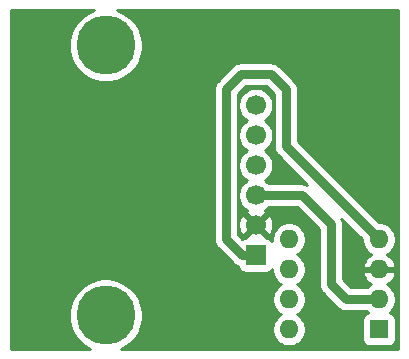
<source format=gbr>
%TF.GenerationSoftware,KiCad,Pcbnew,(5.1.6)-1*%
%TF.CreationDate,2021-08-29T15:44:04-07:00*%
%TF.ProjectId,MPX4115AP Adapter,4d505834-3131-4354-9150-204164617074,rev?*%
%TF.SameCoordinates,Original*%
%TF.FileFunction,Copper,L1,Top*%
%TF.FilePolarity,Positive*%
%FSLAX46Y46*%
G04 Gerber Fmt 4.6, Leading zero omitted, Abs format (unit mm)*
G04 Created by KiCad (PCBNEW (5.1.6)-1) date 2021-08-29 15:44:04*
%MOMM*%
%LPD*%
G01*
G04 APERTURE LIST*
%TA.AperFunction,ComponentPad*%
%ADD10R,1.700000X1.700000*%
%TD*%
%TA.AperFunction,ComponentPad*%
%ADD11C,1.700000*%
%TD*%
%TA.AperFunction,ComponentPad*%
%ADD12C,5.000000*%
%TD*%
%TA.AperFunction,ComponentPad*%
%ADD13O,1.600000X1.600000*%
%TD*%
%TA.AperFunction,ComponentPad*%
%ADD14R,1.600000X1.600000*%
%TD*%
%TA.AperFunction,ViaPad*%
%ADD15C,0.800000*%
%TD*%
%TA.AperFunction,Conductor*%
%ADD16C,0.762000*%
%TD*%
%TA.AperFunction,Conductor*%
%ADD17C,0.254000*%
%TD*%
G04 APERTURE END LIST*
D10*
%TO.P,U1,1*%
%TO.N,Net-(U1-Pad1)*%
X149860000Y-71196200D03*
D11*
%TO.P,U1,2*%
%TO.N,GND*%
X149860000Y-68656200D03*
%TO.P,U1,3*%
%TO.N,VCC*%
X149860000Y-66116200D03*
%TO.P,U1,4*%
%TO.N,N/C*%
X149860000Y-63576200D03*
%TO.P,U1,5*%
%TO.N,Net-(U1-Pad5)*%
X149860000Y-61036200D03*
%TO.P,U1,6*%
%TO.N,Net-(U1-Pad6)*%
X149860000Y-58496200D03*
D12*
%TO.P,U1,*%
%TO.N,*%
X137160000Y-53416200D03*
X137160000Y-76276200D03*
%TD*%
D13*
%TO.P,U2,8*%
%TO.N,Net-(U2-Pad8)*%
X152679400Y-77470000D03*
%TO.P,U2,4*%
%TO.N,Net-(U1-Pad1)*%
X160299400Y-69850000D03*
%TO.P,U2,7*%
%TO.N,Net-(U2-Pad7)*%
X152679400Y-74930000D03*
%TO.P,U2,3*%
%TO.N,GND*%
X160299400Y-72390000D03*
%TO.P,U2,6*%
%TO.N,Net-(U2-Pad6)*%
X152679400Y-72390000D03*
%TO.P,U2,2*%
%TO.N,VCC*%
X160299400Y-74930000D03*
%TO.P,U2,5*%
%TO.N,Net-(U2-Pad5)*%
X152679400Y-69850000D03*
D14*
%TO.P,U2,1*%
%TO.N,Net-(U2-Pad1)*%
X160299400Y-77470000D03*
%TD*%
D15*
%TO.N,GND*%
X160020000Y-52070000D03*
X146685000Y-52070000D03*
X131445000Y-52070000D03*
X130810000Y-77470000D03*
X146685000Y-77470000D03*
X157480000Y-77470000D03*
X160020000Y-61595000D03*
X142875000Y-65405000D03*
X130810000Y-65405000D03*
X152400000Y-64135000D03*
X158115000Y-71755000D03*
%TD*%
D16*
%TO.N,VCC*%
X149860000Y-66116200D02*
X153746200Y-66116200D01*
X153746200Y-66116200D02*
X156210000Y-68580000D01*
X156210000Y-68580000D02*
X156210000Y-73660000D01*
X157480000Y-74930000D02*
X160299400Y-74930000D01*
X156210000Y-73660000D02*
X157480000Y-74930000D01*
%TO.N,Net-(U1-Pad1)*%
X148666200Y-71196200D02*
X147320000Y-69850000D01*
X147320000Y-69850000D02*
X147320000Y-57150000D01*
X147320000Y-57150000D02*
X148590000Y-55880000D01*
X148590000Y-55880000D02*
X151130000Y-55880000D01*
X151130000Y-55880000D02*
X152400000Y-57150000D01*
X152400000Y-61950600D02*
X160299400Y-69850000D01*
X152400000Y-57150000D02*
X152400000Y-61950600D01*
X148666200Y-71196200D02*
X149860000Y-71196200D01*
%TD*%
D17*
%TO.N,GND*%
G36*
X135675021Y-50637999D02*
G01*
X135161554Y-50981086D01*
X134724886Y-51417754D01*
X134381799Y-51931221D01*
X134145476Y-52501754D01*
X134025000Y-53107429D01*
X134025000Y-53724971D01*
X134145476Y-54330646D01*
X134381799Y-54901179D01*
X134724886Y-55414646D01*
X135161554Y-55851314D01*
X135675021Y-56194401D01*
X136245554Y-56430724D01*
X136851229Y-56551200D01*
X137468771Y-56551200D01*
X138074446Y-56430724D01*
X138644979Y-56194401D01*
X139158446Y-55851314D01*
X139595114Y-55414646D01*
X139938201Y-54901179D01*
X140174524Y-54330646D01*
X140295000Y-53724971D01*
X140295000Y-53107429D01*
X140174524Y-52501754D01*
X139938201Y-51931221D01*
X139595114Y-51417754D01*
X139158446Y-50981086D01*
X138644979Y-50637999D01*
X138116270Y-50419000D01*
X161900000Y-50419000D01*
X161900001Y-79121000D01*
X138484195Y-79121000D01*
X138644979Y-79054401D01*
X139158446Y-78711314D01*
X139595114Y-78274646D01*
X139938201Y-77761179D01*
X140174524Y-77190646D01*
X140295000Y-76584971D01*
X140295000Y-75967429D01*
X140174524Y-75361754D01*
X139938201Y-74791221D01*
X139595114Y-74277754D01*
X139158446Y-73841086D01*
X138644979Y-73497999D01*
X138074446Y-73261676D01*
X137468771Y-73141200D01*
X136851229Y-73141200D01*
X136245554Y-73261676D01*
X135675021Y-73497999D01*
X135161554Y-73841086D01*
X134724886Y-74277754D01*
X134381799Y-74791221D01*
X134145476Y-75361754D01*
X134025000Y-75967429D01*
X134025000Y-76584971D01*
X134145476Y-77190646D01*
X134381799Y-77761179D01*
X134724886Y-78274646D01*
X135161554Y-78711314D01*
X135675021Y-79054401D01*
X135835805Y-79121000D01*
X129159000Y-79121000D01*
X129159000Y-57150000D01*
X146299085Y-57150000D01*
X146304001Y-57199912D01*
X146304000Y-69800098D01*
X146299085Y-69850000D01*
X146304000Y-69899901D01*
X146318702Y-70049170D01*
X146376798Y-70240686D01*
X146471140Y-70417190D01*
X146598104Y-70571896D01*
X146636872Y-70603712D01*
X147912492Y-71879333D01*
X147944304Y-71918096D01*
X148099010Y-72045060D01*
X148275513Y-72139402D01*
X148384751Y-72172539D01*
X148420498Y-72290380D01*
X148479463Y-72400694D01*
X148558815Y-72497385D01*
X148655506Y-72576737D01*
X148765820Y-72635702D01*
X148885518Y-72672012D01*
X149010000Y-72684272D01*
X150710000Y-72684272D01*
X150834482Y-72672012D01*
X150954180Y-72635702D01*
X151064494Y-72576737D01*
X151161185Y-72497385D01*
X151240537Y-72400694D01*
X151244400Y-72393467D01*
X151244400Y-72531335D01*
X151299547Y-72808574D01*
X151407720Y-73069727D01*
X151564763Y-73304759D01*
X151764641Y-73504637D01*
X151997159Y-73660000D01*
X151764641Y-73815363D01*
X151564763Y-74015241D01*
X151407720Y-74250273D01*
X151299547Y-74511426D01*
X151244400Y-74788665D01*
X151244400Y-75071335D01*
X151299547Y-75348574D01*
X151407720Y-75609727D01*
X151564763Y-75844759D01*
X151764641Y-76044637D01*
X151997159Y-76200000D01*
X151764641Y-76355363D01*
X151564763Y-76555241D01*
X151407720Y-76790273D01*
X151299547Y-77051426D01*
X151244400Y-77328665D01*
X151244400Y-77611335D01*
X151299547Y-77888574D01*
X151407720Y-78149727D01*
X151564763Y-78384759D01*
X151764641Y-78584637D01*
X151999673Y-78741680D01*
X152260826Y-78849853D01*
X152538065Y-78905000D01*
X152820735Y-78905000D01*
X153097974Y-78849853D01*
X153359127Y-78741680D01*
X153594159Y-78584637D01*
X153794037Y-78384759D01*
X153951080Y-78149727D01*
X154059253Y-77888574D01*
X154114400Y-77611335D01*
X154114400Y-77328665D01*
X154059253Y-77051426D01*
X153951080Y-76790273D01*
X153794037Y-76555241D01*
X153594159Y-76355363D01*
X153361641Y-76200000D01*
X153594159Y-76044637D01*
X153794037Y-75844759D01*
X153951080Y-75609727D01*
X154059253Y-75348574D01*
X154114400Y-75071335D01*
X154114400Y-74788665D01*
X154059253Y-74511426D01*
X153951080Y-74250273D01*
X153794037Y-74015241D01*
X153594159Y-73815363D01*
X153361641Y-73660000D01*
X153594159Y-73504637D01*
X153794037Y-73304759D01*
X153951080Y-73069727D01*
X154059253Y-72808574D01*
X154114400Y-72531335D01*
X154114400Y-72248665D01*
X154059253Y-71971426D01*
X153951080Y-71710273D01*
X153794037Y-71475241D01*
X153594159Y-71275363D01*
X153361641Y-71120000D01*
X153594159Y-70964637D01*
X153794037Y-70764759D01*
X153951080Y-70529727D01*
X154059253Y-70268574D01*
X154114400Y-69991335D01*
X154114400Y-69708665D01*
X154059253Y-69431426D01*
X153951080Y-69170273D01*
X153794037Y-68935241D01*
X153594159Y-68735363D01*
X153359127Y-68578320D01*
X153097974Y-68470147D01*
X152820735Y-68415000D01*
X152538065Y-68415000D01*
X152260826Y-68470147D01*
X151999673Y-68578320D01*
X151764641Y-68735363D01*
X151564763Y-68935241D01*
X151407720Y-69170273D01*
X151299547Y-69431426D01*
X151244400Y-69708665D01*
X151244400Y-69991335D01*
X151246807Y-70003436D01*
X151240537Y-69991706D01*
X151161185Y-69895015D01*
X151064494Y-69815663D01*
X150954180Y-69756698D01*
X150834482Y-69720388D01*
X150710000Y-69708128D01*
X150701458Y-69708128D01*
X150708792Y-69684597D01*
X149860000Y-68835805D01*
X149011208Y-69684597D01*
X149018542Y-69708128D01*
X149010000Y-69708128D01*
X148885518Y-69720388D01*
X148765820Y-69756698D01*
X148699166Y-69792326D01*
X148336000Y-69429160D01*
X148336000Y-68724731D01*
X148369389Y-68724731D01*
X148411401Y-69014219D01*
X148509081Y-69289947D01*
X148582528Y-69427357D01*
X148831603Y-69504992D01*
X149680395Y-68656200D01*
X150039605Y-68656200D01*
X150888397Y-69504992D01*
X151137472Y-69427357D01*
X151263371Y-69163317D01*
X151335339Y-68879789D01*
X151350611Y-68587669D01*
X151308599Y-68298181D01*
X151210919Y-68022453D01*
X151137472Y-67885043D01*
X150888397Y-67807408D01*
X150039605Y-68656200D01*
X149680395Y-68656200D01*
X148831603Y-67807408D01*
X148582528Y-67885043D01*
X148456629Y-68149083D01*
X148384661Y-68432611D01*
X148369389Y-68724731D01*
X148336000Y-68724731D01*
X148336000Y-57570840D01*
X149010841Y-56896000D01*
X150709160Y-56896000D01*
X151384000Y-57570841D01*
X151384001Y-61900688D01*
X151379085Y-61950600D01*
X151398702Y-62149770D01*
X151432204Y-62260210D01*
X151456799Y-62341287D01*
X151551141Y-62517790D01*
X151678105Y-62672496D01*
X151716868Y-62704308D01*
X154241444Y-65228884D01*
X154136887Y-65172998D01*
X153945371Y-65114902D01*
X153796102Y-65100200D01*
X153746200Y-65095285D01*
X153696298Y-65100200D01*
X150944107Y-65100200D01*
X150806632Y-64962725D01*
X150632240Y-64846200D01*
X150806632Y-64729675D01*
X151013475Y-64522832D01*
X151175990Y-64279611D01*
X151287932Y-64009358D01*
X151345000Y-63722460D01*
X151345000Y-63429940D01*
X151287932Y-63143042D01*
X151175990Y-62872789D01*
X151013475Y-62629568D01*
X150806632Y-62422725D01*
X150632240Y-62306200D01*
X150806632Y-62189675D01*
X151013475Y-61982832D01*
X151175990Y-61739611D01*
X151287932Y-61469358D01*
X151345000Y-61182460D01*
X151345000Y-60889940D01*
X151287932Y-60603042D01*
X151175990Y-60332789D01*
X151013475Y-60089568D01*
X150806632Y-59882725D01*
X150632240Y-59766200D01*
X150806632Y-59649675D01*
X151013475Y-59442832D01*
X151175990Y-59199611D01*
X151287932Y-58929358D01*
X151345000Y-58642460D01*
X151345000Y-58349940D01*
X151287932Y-58063042D01*
X151175990Y-57792789D01*
X151013475Y-57549568D01*
X150806632Y-57342725D01*
X150563411Y-57180210D01*
X150293158Y-57068268D01*
X150006260Y-57011200D01*
X149713740Y-57011200D01*
X149426842Y-57068268D01*
X149156589Y-57180210D01*
X148913368Y-57342725D01*
X148706525Y-57549568D01*
X148544010Y-57792789D01*
X148432068Y-58063042D01*
X148375000Y-58349940D01*
X148375000Y-58642460D01*
X148432068Y-58929358D01*
X148544010Y-59199611D01*
X148706525Y-59442832D01*
X148913368Y-59649675D01*
X149087760Y-59766200D01*
X148913368Y-59882725D01*
X148706525Y-60089568D01*
X148544010Y-60332789D01*
X148432068Y-60603042D01*
X148375000Y-60889940D01*
X148375000Y-61182460D01*
X148432068Y-61469358D01*
X148544010Y-61739611D01*
X148706525Y-61982832D01*
X148913368Y-62189675D01*
X149087760Y-62306200D01*
X148913368Y-62422725D01*
X148706525Y-62629568D01*
X148544010Y-62872789D01*
X148432068Y-63143042D01*
X148375000Y-63429940D01*
X148375000Y-63722460D01*
X148432068Y-64009358D01*
X148544010Y-64279611D01*
X148706525Y-64522832D01*
X148913368Y-64729675D01*
X149087760Y-64846200D01*
X148913368Y-64962725D01*
X148706525Y-65169568D01*
X148544010Y-65412789D01*
X148432068Y-65683042D01*
X148375000Y-65969940D01*
X148375000Y-66262460D01*
X148432068Y-66549358D01*
X148544010Y-66819611D01*
X148706525Y-67062832D01*
X148913368Y-67269675D01*
X149086729Y-67385511D01*
X149011208Y-67627803D01*
X149860000Y-68476595D01*
X150708792Y-67627803D01*
X150633271Y-67385511D01*
X150806632Y-67269675D01*
X150944107Y-67132200D01*
X153325360Y-67132200D01*
X155194000Y-69000841D01*
X155194001Y-73610088D01*
X155189085Y-73660000D01*
X155208702Y-73859170D01*
X155266799Y-74050687D01*
X155361141Y-74227190D01*
X155488105Y-74381896D01*
X155526868Y-74413708D01*
X156726292Y-75613133D01*
X156758104Y-75651896D01*
X156912810Y-75778860D01*
X157089313Y-75873202D01*
X157280829Y-75931298D01*
X157430098Y-75946000D01*
X157430105Y-75946000D01*
X157479999Y-75950914D01*
X157529893Y-75946000D01*
X159286004Y-75946000D01*
X159383361Y-76043357D01*
X159374918Y-76044188D01*
X159255220Y-76080498D01*
X159144906Y-76139463D01*
X159048215Y-76218815D01*
X158968863Y-76315506D01*
X158909898Y-76425820D01*
X158873588Y-76545518D01*
X158861328Y-76670000D01*
X158861328Y-78270000D01*
X158873588Y-78394482D01*
X158909898Y-78514180D01*
X158968863Y-78624494D01*
X159048215Y-78721185D01*
X159144906Y-78800537D01*
X159255220Y-78859502D01*
X159374918Y-78895812D01*
X159499400Y-78908072D01*
X161099400Y-78908072D01*
X161223882Y-78895812D01*
X161343580Y-78859502D01*
X161453894Y-78800537D01*
X161550585Y-78721185D01*
X161629937Y-78624494D01*
X161688902Y-78514180D01*
X161725212Y-78394482D01*
X161737472Y-78270000D01*
X161737472Y-76670000D01*
X161725212Y-76545518D01*
X161688902Y-76425820D01*
X161629937Y-76315506D01*
X161550585Y-76218815D01*
X161453894Y-76139463D01*
X161343580Y-76080498D01*
X161223882Y-76044188D01*
X161215439Y-76043357D01*
X161414037Y-75844759D01*
X161571080Y-75609727D01*
X161679253Y-75348574D01*
X161734400Y-75071335D01*
X161734400Y-74788665D01*
X161679253Y-74511426D01*
X161571080Y-74250273D01*
X161414037Y-74015241D01*
X161214159Y-73815363D01*
X160979127Y-73658320D01*
X160968535Y-73653933D01*
X161154531Y-73542385D01*
X161362919Y-73353414D01*
X161530437Y-73127420D01*
X161650646Y-72873087D01*
X161691304Y-72739039D01*
X161569315Y-72517000D01*
X160426400Y-72517000D01*
X160426400Y-72537000D01*
X160172400Y-72537000D01*
X160172400Y-72517000D01*
X159029485Y-72517000D01*
X158907496Y-72739039D01*
X158948154Y-72873087D01*
X159068363Y-73127420D01*
X159235881Y-73353414D01*
X159444269Y-73542385D01*
X159630265Y-73653933D01*
X159619673Y-73658320D01*
X159384641Y-73815363D01*
X159286004Y-73914000D01*
X157900841Y-73914000D01*
X157226000Y-73239160D01*
X157226000Y-68629893D01*
X157230914Y-68579999D01*
X157226000Y-68530105D01*
X157226000Y-68530098D01*
X157211298Y-68380829D01*
X157153202Y-68189313D01*
X157097316Y-68084757D01*
X158864400Y-69851841D01*
X158864400Y-69991335D01*
X158919547Y-70268574D01*
X159027720Y-70529727D01*
X159184763Y-70764759D01*
X159384641Y-70964637D01*
X159619673Y-71121680D01*
X159630265Y-71126067D01*
X159444269Y-71237615D01*
X159235881Y-71426586D01*
X159068363Y-71652580D01*
X158948154Y-71906913D01*
X158907496Y-72040961D01*
X159029485Y-72263000D01*
X160172400Y-72263000D01*
X160172400Y-72243000D01*
X160426400Y-72243000D01*
X160426400Y-72263000D01*
X161569315Y-72263000D01*
X161691304Y-72040961D01*
X161650646Y-71906913D01*
X161530437Y-71652580D01*
X161362919Y-71426586D01*
X161154531Y-71237615D01*
X160968535Y-71126067D01*
X160979127Y-71121680D01*
X161214159Y-70964637D01*
X161414037Y-70764759D01*
X161571080Y-70529727D01*
X161679253Y-70268574D01*
X161734400Y-69991335D01*
X161734400Y-69708665D01*
X161679253Y-69431426D01*
X161571080Y-69170273D01*
X161414037Y-68935241D01*
X161214159Y-68735363D01*
X160979127Y-68578320D01*
X160717974Y-68470147D01*
X160440735Y-68415000D01*
X160301241Y-68415000D01*
X153416000Y-61529760D01*
X153416000Y-57199893D01*
X153420914Y-57149999D01*
X153416000Y-57100105D01*
X153416000Y-57100098D01*
X153401298Y-56950829D01*
X153343202Y-56759313D01*
X153248860Y-56582810D01*
X153121896Y-56428104D01*
X153083133Y-56396292D01*
X151883712Y-55196872D01*
X151851896Y-55158104D01*
X151697190Y-55031140D01*
X151520687Y-54936798D01*
X151329171Y-54878702D01*
X151179902Y-54864000D01*
X151130000Y-54859085D01*
X151080098Y-54864000D01*
X148639893Y-54864000D01*
X148589999Y-54859086D01*
X148540105Y-54864000D01*
X148540098Y-54864000D01*
X148390829Y-54878702D01*
X148199313Y-54936798D01*
X148022810Y-55031140D01*
X147868104Y-55158104D01*
X147836292Y-55196867D01*
X146636868Y-56396292D01*
X146598105Y-56428104D01*
X146471141Y-56582810D01*
X146393076Y-56728860D01*
X146376799Y-56759313D01*
X146318702Y-56950830D01*
X146299085Y-57150000D01*
X129159000Y-57150000D01*
X129159000Y-50419000D01*
X136203730Y-50419000D01*
X135675021Y-50637999D01*
G37*
X135675021Y-50637999D02*
X135161554Y-50981086D01*
X134724886Y-51417754D01*
X134381799Y-51931221D01*
X134145476Y-52501754D01*
X134025000Y-53107429D01*
X134025000Y-53724971D01*
X134145476Y-54330646D01*
X134381799Y-54901179D01*
X134724886Y-55414646D01*
X135161554Y-55851314D01*
X135675021Y-56194401D01*
X136245554Y-56430724D01*
X136851229Y-56551200D01*
X137468771Y-56551200D01*
X138074446Y-56430724D01*
X138644979Y-56194401D01*
X139158446Y-55851314D01*
X139595114Y-55414646D01*
X139938201Y-54901179D01*
X140174524Y-54330646D01*
X140295000Y-53724971D01*
X140295000Y-53107429D01*
X140174524Y-52501754D01*
X139938201Y-51931221D01*
X139595114Y-51417754D01*
X139158446Y-50981086D01*
X138644979Y-50637999D01*
X138116270Y-50419000D01*
X161900000Y-50419000D01*
X161900001Y-79121000D01*
X138484195Y-79121000D01*
X138644979Y-79054401D01*
X139158446Y-78711314D01*
X139595114Y-78274646D01*
X139938201Y-77761179D01*
X140174524Y-77190646D01*
X140295000Y-76584971D01*
X140295000Y-75967429D01*
X140174524Y-75361754D01*
X139938201Y-74791221D01*
X139595114Y-74277754D01*
X139158446Y-73841086D01*
X138644979Y-73497999D01*
X138074446Y-73261676D01*
X137468771Y-73141200D01*
X136851229Y-73141200D01*
X136245554Y-73261676D01*
X135675021Y-73497999D01*
X135161554Y-73841086D01*
X134724886Y-74277754D01*
X134381799Y-74791221D01*
X134145476Y-75361754D01*
X134025000Y-75967429D01*
X134025000Y-76584971D01*
X134145476Y-77190646D01*
X134381799Y-77761179D01*
X134724886Y-78274646D01*
X135161554Y-78711314D01*
X135675021Y-79054401D01*
X135835805Y-79121000D01*
X129159000Y-79121000D01*
X129159000Y-57150000D01*
X146299085Y-57150000D01*
X146304001Y-57199912D01*
X146304000Y-69800098D01*
X146299085Y-69850000D01*
X146304000Y-69899901D01*
X146318702Y-70049170D01*
X146376798Y-70240686D01*
X146471140Y-70417190D01*
X146598104Y-70571896D01*
X146636872Y-70603712D01*
X147912492Y-71879333D01*
X147944304Y-71918096D01*
X148099010Y-72045060D01*
X148275513Y-72139402D01*
X148384751Y-72172539D01*
X148420498Y-72290380D01*
X148479463Y-72400694D01*
X148558815Y-72497385D01*
X148655506Y-72576737D01*
X148765820Y-72635702D01*
X148885518Y-72672012D01*
X149010000Y-72684272D01*
X150710000Y-72684272D01*
X150834482Y-72672012D01*
X150954180Y-72635702D01*
X151064494Y-72576737D01*
X151161185Y-72497385D01*
X151240537Y-72400694D01*
X151244400Y-72393467D01*
X151244400Y-72531335D01*
X151299547Y-72808574D01*
X151407720Y-73069727D01*
X151564763Y-73304759D01*
X151764641Y-73504637D01*
X151997159Y-73660000D01*
X151764641Y-73815363D01*
X151564763Y-74015241D01*
X151407720Y-74250273D01*
X151299547Y-74511426D01*
X151244400Y-74788665D01*
X151244400Y-75071335D01*
X151299547Y-75348574D01*
X151407720Y-75609727D01*
X151564763Y-75844759D01*
X151764641Y-76044637D01*
X151997159Y-76200000D01*
X151764641Y-76355363D01*
X151564763Y-76555241D01*
X151407720Y-76790273D01*
X151299547Y-77051426D01*
X151244400Y-77328665D01*
X151244400Y-77611335D01*
X151299547Y-77888574D01*
X151407720Y-78149727D01*
X151564763Y-78384759D01*
X151764641Y-78584637D01*
X151999673Y-78741680D01*
X152260826Y-78849853D01*
X152538065Y-78905000D01*
X152820735Y-78905000D01*
X153097974Y-78849853D01*
X153359127Y-78741680D01*
X153594159Y-78584637D01*
X153794037Y-78384759D01*
X153951080Y-78149727D01*
X154059253Y-77888574D01*
X154114400Y-77611335D01*
X154114400Y-77328665D01*
X154059253Y-77051426D01*
X153951080Y-76790273D01*
X153794037Y-76555241D01*
X153594159Y-76355363D01*
X153361641Y-76200000D01*
X153594159Y-76044637D01*
X153794037Y-75844759D01*
X153951080Y-75609727D01*
X154059253Y-75348574D01*
X154114400Y-75071335D01*
X154114400Y-74788665D01*
X154059253Y-74511426D01*
X153951080Y-74250273D01*
X153794037Y-74015241D01*
X153594159Y-73815363D01*
X153361641Y-73660000D01*
X153594159Y-73504637D01*
X153794037Y-73304759D01*
X153951080Y-73069727D01*
X154059253Y-72808574D01*
X154114400Y-72531335D01*
X154114400Y-72248665D01*
X154059253Y-71971426D01*
X153951080Y-71710273D01*
X153794037Y-71475241D01*
X153594159Y-71275363D01*
X153361641Y-71120000D01*
X153594159Y-70964637D01*
X153794037Y-70764759D01*
X153951080Y-70529727D01*
X154059253Y-70268574D01*
X154114400Y-69991335D01*
X154114400Y-69708665D01*
X154059253Y-69431426D01*
X153951080Y-69170273D01*
X153794037Y-68935241D01*
X153594159Y-68735363D01*
X153359127Y-68578320D01*
X153097974Y-68470147D01*
X152820735Y-68415000D01*
X152538065Y-68415000D01*
X152260826Y-68470147D01*
X151999673Y-68578320D01*
X151764641Y-68735363D01*
X151564763Y-68935241D01*
X151407720Y-69170273D01*
X151299547Y-69431426D01*
X151244400Y-69708665D01*
X151244400Y-69991335D01*
X151246807Y-70003436D01*
X151240537Y-69991706D01*
X151161185Y-69895015D01*
X151064494Y-69815663D01*
X150954180Y-69756698D01*
X150834482Y-69720388D01*
X150710000Y-69708128D01*
X150701458Y-69708128D01*
X150708792Y-69684597D01*
X149860000Y-68835805D01*
X149011208Y-69684597D01*
X149018542Y-69708128D01*
X149010000Y-69708128D01*
X148885518Y-69720388D01*
X148765820Y-69756698D01*
X148699166Y-69792326D01*
X148336000Y-69429160D01*
X148336000Y-68724731D01*
X148369389Y-68724731D01*
X148411401Y-69014219D01*
X148509081Y-69289947D01*
X148582528Y-69427357D01*
X148831603Y-69504992D01*
X149680395Y-68656200D01*
X150039605Y-68656200D01*
X150888397Y-69504992D01*
X151137472Y-69427357D01*
X151263371Y-69163317D01*
X151335339Y-68879789D01*
X151350611Y-68587669D01*
X151308599Y-68298181D01*
X151210919Y-68022453D01*
X151137472Y-67885043D01*
X150888397Y-67807408D01*
X150039605Y-68656200D01*
X149680395Y-68656200D01*
X148831603Y-67807408D01*
X148582528Y-67885043D01*
X148456629Y-68149083D01*
X148384661Y-68432611D01*
X148369389Y-68724731D01*
X148336000Y-68724731D01*
X148336000Y-57570840D01*
X149010841Y-56896000D01*
X150709160Y-56896000D01*
X151384000Y-57570841D01*
X151384001Y-61900688D01*
X151379085Y-61950600D01*
X151398702Y-62149770D01*
X151432204Y-62260210D01*
X151456799Y-62341287D01*
X151551141Y-62517790D01*
X151678105Y-62672496D01*
X151716868Y-62704308D01*
X154241444Y-65228884D01*
X154136887Y-65172998D01*
X153945371Y-65114902D01*
X153796102Y-65100200D01*
X153746200Y-65095285D01*
X153696298Y-65100200D01*
X150944107Y-65100200D01*
X150806632Y-64962725D01*
X150632240Y-64846200D01*
X150806632Y-64729675D01*
X151013475Y-64522832D01*
X151175990Y-64279611D01*
X151287932Y-64009358D01*
X151345000Y-63722460D01*
X151345000Y-63429940D01*
X151287932Y-63143042D01*
X151175990Y-62872789D01*
X151013475Y-62629568D01*
X150806632Y-62422725D01*
X150632240Y-62306200D01*
X150806632Y-62189675D01*
X151013475Y-61982832D01*
X151175990Y-61739611D01*
X151287932Y-61469358D01*
X151345000Y-61182460D01*
X151345000Y-60889940D01*
X151287932Y-60603042D01*
X151175990Y-60332789D01*
X151013475Y-60089568D01*
X150806632Y-59882725D01*
X150632240Y-59766200D01*
X150806632Y-59649675D01*
X151013475Y-59442832D01*
X151175990Y-59199611D01*
X151287932Y-58929358D01*
X151345000Y-58642460D01*
X151345000Y-58349940D01*
X151287932Y-58063042D01*
X151175990Y-57792789D01*
X151013475Y-57549568D01*
X150806632Y-57342725D01*
X150563411Y-57180210D01*
X150293158Y-57068268D01*
X150006260Y-57011200D01*
X149713740Y-57011200D01*
X149426842Y-57068268D01*
X149156589Y-57180210D01*
X148913368Y-57342725D01*
X148706525Y-57549568D01*
X148544010Y-57792789D01*
X148432068Y-58063042D01*
X148375000Y-58349940D01*
X148375000Y-58642460D01*
X148432068Y-58929358D01*
X148544010Y-59199611D01*
X148706525Y-59442832D01*
X148913368Y-59649675D01*
X149087760Y-59766200D01*
X148913368Y-59882725D01*
X148706525Y-60089568D01*
X148544010Y-60332789D01*
X148432068Y-60603042D01*
X148375000Y-60889940D01*
X148375000Y-61182460D01*
X148432068Y-61469358D01*
X148544010Y-61739611D01*
X148706525Y-61982832D01*
X148913368Y-62189675D01*
X149087760Y-62306200D01*
X148913368Y-62422725D01*
X148706525Y-62629568D01*
X148544010Y-62872789D01*
X148432068Y-63143042D01*
X148375000Y-63429940D01*
X148375000Y-63722460D01*
X148432068Y-64009358D01*
X148544010Y-64279611D01*
X148706525Y-64522832D01*
X148913368Y-64729675D01*
X149087760Y-64846200D01*
X148913368Y-64962725D01*
X148706525Y-65169568D01*
X148544010Y-65412789D01*
X148432068Y-65683042D01*
X148375000Y-65969940D01*
X148375000Y-66262460D01*
X148432068Y-66549358D01*
X148544010Y-66819611D01*
X148706525Y-67062832D01*
X148913368Y-67269675D01*
X149086729Y-67385511D01*
X149011208Y-67627803D01*
X149860000Y-68476595D01*
X150708792Y-67627803D01*
X150633271Y-67385511D01*
X150806632Y-67269675D01*
X150944107Y-67132200D01*
X153325360Y-67132200D01*
X155194000Y-69000841D01*
X155194001Y-73610088D01*
X155189085Y-73660000D01*
X155208702Y-73859170D01*
X155266799Y-74050687D01*
X155361141Y-74227190D01*
X155488105Y-74381896D01*
X155526868Y-74413708D01*
X156726292Y-75613133D01*
X156758104Y-75651896D01*
X156912810Y-75778860D01*
X157089313Y-75873202D01*
X157280829Y-75931298D01*
X157430098Y-75946000D01*
X157430105Y-75946000D01*
X157479999Y-75950914D01*
X157529893Y-75946000D01*
X159286004Y-75946000D01*
X159383361Y-76043357D01*
X159374918Y-76044188D01*
X159255220Y-76080498D01*
X159144906Y-76139463D01*
X159048215Y-76218815D01*
X158968863Y-76315506D01*
X158909898Y-76425820D01*
X158873588Y-76545518D01*
X158861328Y-76670000D01*
X158861328Y-78270000D01*
X158873588Y-78394482D01*
X158909898Y-78514180D01*
X158968863Y-78624494D01*
X159048215Y-78721185D01*
X159144906Y-78800537D01*
X159255220Y-78859502D01*
X159374918Y-78895812D01*
X159499400Y-78908072D01*
X161099400Y-78908072D01*
X161223882Y-78895812D01*
X161343580Y-78859502D01*
X161453894Y-78800537D01*
X161550585Y-78721185D01*
X161629937Y-78624494D01*
X161688902Y-78514180D01*
X161725212Y-78394482D01*
X161737472Y-78270000D01*
X161737472Y-76670000D01*
X161725212Y-76545518D01*
X161688902Y-76425820D01*
X161629937Y-76315506D01*
X161550585Y-76218815D01*
X161453894Y-76139463D01*
X161343580Y-76080498D01*
X161223882Y-76044188D01*
X161215439Y-76043357D01*
X161414037Y-75844759D01*
X161571080Y-75609727D01*
X161679253Y-75348574D01*
X161734400Y-75071335D01*
X161734400Y-74788665D01*
X161679253Y-74511426D01*
X161571080Y-74250273D01*
X161414037Y-74015241D01*
X161214159Y-73815363D01*
X160979127Y-73658320D01*
X160968535Y-73653933D01*
X161154531Y-73542385D01*
X161362919Y-73353414D01*
X161530437Y-73127420D01*
X161650646Y-72873087D01*
X161691304Y-72739039D01*
X161569315Y-72517000D01*
X160426400Y-72517000D01*
X160426400Y-72537000D01*
X160172400Y-72537000D01*
X160172400Y-72517000D01*
X159029485Y-72517000D01*
X158907496Y-72739039D01*
X158948154Y-72873087D01*
X159068363Y-73127420D01*
X159235881Y-73353414D01*
X159444269Y-73542385D01*
X159630265Y-73653933D01*
X159619673Y-73658320D01*
X159384641Y-73815363D01*
X159286004Y-73914000D01*
X157900841Y-73914000D01*
X157226000Y-73239160D01*
X157226000Y-68629893D01*
X157230914Y-68579999D01*
X157226000Y-68530105D01*
X157226000Y-68530098D01*
X157211298Y-68380829D01*
X157153202Y-68189313D01*
X157097316Y-68084757D01*
X158864400Y-69851841D01*
X158864400Y-69991335D01*
X158919547Y-70268574D01*
X159027720Y-70529727D01*
X159184763Y-70764759D01*
X159384641Y-70964637D01*
X159619673Y-71121680D01*
X159630265Y-71126067D01*
X159444269Y-71237615D01*
X159235881Y-71426586D01*
X159068363Y-71652580D01*
X158948154Y-71906913D01*
X158907496Y-72040961D01*
X159029485Y-72263000D01*
X160172400Y-72263000D01*
X160172400Y-72243000D01*
X160426400Y-72243000D01*
X160426400Y-72263000D01*
X161569315Y-72263000D01*
X161691304Y-72040961D01*
X161650646Y-71906913D01*
X161530437Y-71652580D01*
X161362919Y-71426586D01*
X161154531Y-71237615D01*
X160968535Y-71126067D01*
X160979127Y-71121680D01*
X161214159Y-70964637D01*
X161414037Y-70764759D01*
X161571080Y-70529727D01*
X161679253Y-70268574D01*
X161734400Y-69991335D01*
X161734400Y-69708665D01*
X161679253Y-69431426D01*
X161571080Y-69170273D01*
X161414037Y-68935241D01*
X161214159Y-68735363D01*
X160979127Y-68578320D01*
X160717974Y-68470147D01*
X160440735Y-68415000D01*
X160301241Y-68415000D01*
X153416000Y-61529760D01*
X153416000Y-57199893D01*
X153420914Y-57149999D01*
X153416000Y-57100105D01*
X153416000Y-57100098D01*
X153401298Y-56950829D01*
X153343202Y-56759313D01*
X153248860Y-56582810D01*
X153121896Y-56428104D01*
X153083133Y-56396292D01*
X151883712Y-55196872D01*
X151851896Y-55158104D01*
X151697190Y-55031140D01*
X151520687Y-54936798D01*
X151329171Y-54878702D01*
X151179902Y-54864000D01*
X151130000Y-54859085D01*
X151080098Y-54864000D01*
X148639893Y-54864000D01*
X148589999Y-54859086D01*
X148540105Y-54864000D01*
X148540098Y-54864000D01*
X148390829Y-54878702D01*
X148199313Y-54936798D01*
X148022810Y-55031140D01*
X147868104Y-55158104D01*
X147836292Y-55196867D01*
X146636868Y-56396292D01*
X146598105Y-56428104D01*
X146471141Y-56582810D01*
X146393076Y-56728860D01*
X146376799Y-56759313D01*
X146318702Y-56950830D01*
X146299085Y-57150000D01*
X129159000Y-57150000D01*
X129159000Y-50419000D01*
X136203730Y-50419000D01*
X135675021Y-50637999D01*
%TD*%
M02*

</source>
